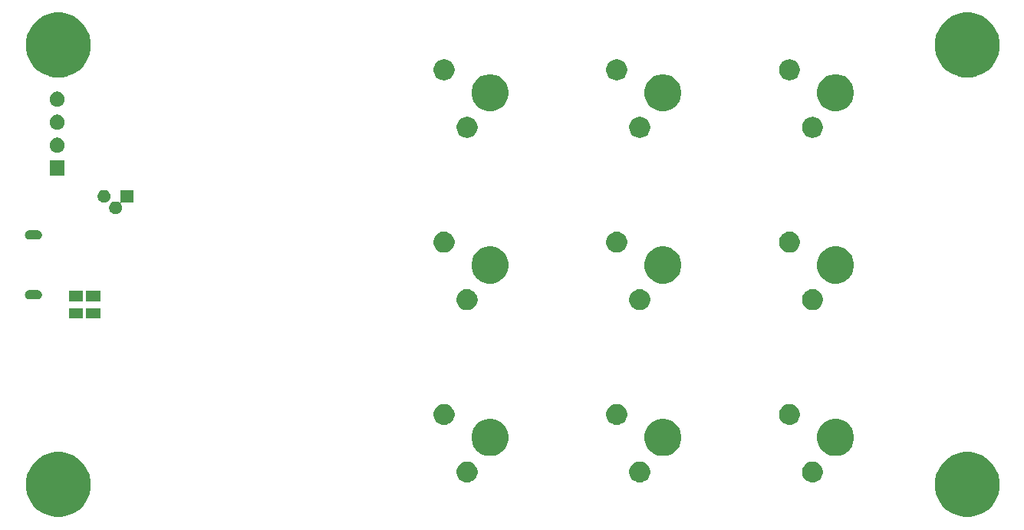
<source format=gbr>
G04 #@! TF.GenerationSoftware,KiCad,Pcbnew,(5.1.4)-1*
G04 #@! TF.CreationDate,2020-06-13T17:24:10-04:00*
G04 #@! TF.ProjectId,Keypad,4b657970-6164-42e6-9b69-6361645f7063,rev?*
G04 #@! TF.SameCoordinates,Original*
G04 #@! TF.FileFunction,Soldermask,Bot*
G04 #@! TF.FilePolarity,Negative*
%FSLAX46Y46*%
G04 Gerber Fmt 4.6, Leading zero omitted, Abs format (unit mm)*
G04 Created by KiCad (PCBNEW (5.1.4)-1) date 2020-06-13 17:24:10*
%MOMM*%
%LPD*%
G04 APERTURE LIST*
%ADD10C,0.100000*%
G04 APERTURE END LIST*
D10*
G36*
X194588348Y-115723833D02*
G01*
X194933689Y-115792525D01*
X195584298Y-116062016D01*
X196169830Y-116453256D01*
X196667784Y-116951210D01*
X197059024Y-117536742D01*
X197328515Y-118187351D01*
X197465900Y-118878033D01*
X197465900Y-119582247D01*
X197328515Y-120272929D01*
X197059024Y-120923538D01*
X196667784Y-121509070D01*
X196169830Y-122007024D01*
X195584298Y-122398264D01*
X194933689Y-122667755D01*
X194588348Y-122736448D01*
X194243008Y-122805140D01*
X193538792Y-122805140D01*
X193193452Y-122736448D01*
X192848111Y-122667755D01*
X192197502Y-122398264D01*
X191611970Y-122007024D01*
X191114016Y-121509070D01*
X190722776Y-120923538D01*
X190453285Y-120272929D01*
X190315900Y-119582247D01*
X190315900Y-118878033D01*
X190453285Y-118187351D01*
X190722776Y-117536742D01*
X191114016Y-116951210D01*
X191611970Y-116453256D01*
X192197502Y-116062016D01*
X192848111Y-115792525D01*
X193193452Y-115723833D01*
X193538792Y-115655140D01*
X194243008Y-115655140D01*
X194588348Y-115723833D01*
X194588348Y-115723833D01*
G37*
G36*
X94258348Y-115723833D02*
G01*
X94603689Y-115792525D01*
X95254298Y-116062016D01*
X95839830Y-116453256D01*
X96337784Y-116951210D01*
X96729024Y-117536742D01*
X96998515Y-118187351D01*
X97135900Y-118878033D01*
X97135900Y-119582247D01*
X96998515Y-120272929D01*
X96729024Y-120923538D01*
X96337784Y-121509070D01*
X95839830Y-122007024D01*
X95254298Y-122398264D01*
X94603689Y-122667755D01*
X94258348Y-122736448D01*
X93913008Y-122805140D01*
X93208792Y-122805140D01*
X92863452Y-122736448D01*
X92518111Y-122667755D01*
X91867502Y-122398264D01*
X91281970Y-122007024D01*
X90784016Y-121509070D01*
X90392776Y-120923538D01*
X90123285Y-120272929D01*
X89985900Y-119582247D01*
X89985900Y-118878033D01*
X90123285Y-118187351D01*
X90392776Y-117536742D01*
X90784016Y-116951210D01*
X91281970Y-116453256D01*
X91867502Y-116062016D01*
X92518111Y-115792525D01*
X92863452Y-115723833D01*
X93208792Y-115655140D01*
X93913008Y-115655140D01*
X94258348Y-115723833D01*
X94258348Y-115723833D01*
G37*
G36*
X177021249Y-116704256D02*
G01*
X177132434Y-116726372D01*
X177341903Y-116813137D01*
X177530420Y-116939100D01*
X177690740Y-117099420D01*
X177816703Y-117287937D01*
X177903468Y-117497406D01*
X177947700Y-117719776D01*
X177947700Y-117946504D01*
X177903468Y-118168874D01*
X177816703Y-118378343D01*
X177690740Y-118566860D01*
X177530420Y-118727180D01*
X177341903Y-118853143D01*
X177132434Y-118939908D01*
X177021249Y-118962024D01*
X176910065Y-118984140D01*
X176683335Y-118984140D01*
X176572151Y-118962024D01*
X176460966Y-118939908D01*
X176251497Y-118853143D01*
X176062980Y-118727180D01*
X175902660Y-118566860D01*
X175776697Y-118378343D01*
X175689932Y-118168874D01*
X175645700Y-117946504D01*
X175645700Y-117719776D01*
X175689932Y-117497406D01*
X175776697Y-117287937D01*
X175902660Y-117099420D01*
X176062980Y-116939100D01*
X176251497Y-116813137D01*
X176460966Y-116726372D01*
X176572151Y-116704256D01*
X176683335Y-116682140D01*
X176910065Y-116682140D01*
X177021249Y-116704256D01*
X177021249Y-116704256D01*
G37*
G36*
X157961089Y-116704256D02*
G01*
X158072274Y-116726372D01*
X158281743Y-116813137D01*
X158470260Y-116939100D01*
X158630580Y-117099420D01*
X158756543Y-117287937D01*
X158843308Y-117497406D01*
X158887540Y-117719776D01*
X158887540Y-117946504D01*
X158843308Y-118168874D01*
X158756543Y-118378343D01*
X158630580Y-118566860D01*
X158470260Y-118727180D01*
X158281743Y-118853143D01*
X158072274Y-118939908D01*
X157961089Y-118962024D01*
X157849905Y-118984140D01*
X157623175Y-118984140D01*
X157511991Y-118962024D01*
X157400806Y-118939908D01*
X157191337Y-118853143D01*
X157002820Y-118727180D01*
X156842500Y-118566860D01*
X156716537Y-118378343D01*
X156629772Y-118168874D01*
X156585540Y-117946504D01*
X156585540Y-117719776D01*
X156629772Y-117497406D01*
X156716537Y-117287937D01*
X156842500Y-117099420D01*
X157002820Y-116939100D01*
X157191337Y-116813137D01*
X157400806Y-116726372D01*
X157511991Y-116704256D01*
X157623175Y-116682140D01*
X157849905Y-116682140D01*
X157961089Y-116704256D01*
X157961089Y-116704256D01*
G37*
G36*
X138900929Y-116704256D02*
G01*
X139012114Y-116726372D01*
X139221583Y-116813137D01*
X139410100Y-116939100D01*
X139570420Y-117099420D01*
X139696383Y-117287937D01*
X139783148Y-117497406D01*
X139827380Y-117719776D01*
X139827380Y-117946504D01*
X139783148Y-118168874D01*
X139696383Y-118378343D01*
X139570420Y-118566860D01*
X139410100Y-118727180D01*
X139221583Y-118853143D01*
X139012114Y-118939908D01*
X138900929Y-118962024D01*
X138789745Y-118984140D01*
X138563015Y-118984140D01*
X138451831Y-118962024D01*
X138340646Y-118939908D01*
X138131177Y-118853143D01*
X137942660Y-118727180D01*
X137782340Y-118566860D01*
X137656377Y-118378343D01*
X137569612Y-118168874D01*
X137525380Y-117946504D01*
X137525380Y-117719776D01*
X137569612Y-117497406D01*
X137656377Y-117287937D01*
X137782340Y-117099420D01*
X137942660Y-116939100D01*
X138131177Y-116813137D01*
X138340646Y-116726372D01*
X138451831Y-116704256D01*
X138563015Y-116682140D01*
X138789745Y-116682140D01*
X138900929Y-116704256D01*
X138900929Y-116704256D01*
G37*
G36*
X179934954Y-112050958D02*
G01*
X180308211Y-112205566D01*
X180308213Y-112205567D01*
X180644136Y-112430024D01*
X180929816Y-112715704D01*
X181154274Y-113051629D01*
X181308882Y-113424886D01*
X181387700Y-113821133D01*
X181387700Y-114225147D01*
X181308882Y-114621394D01*
X181154274Y-114994651D01*
X181154273Y-114994653D01*
X180929816Y-115330576D01*
X180644136Y-115616256D01*
X180308213Y-115840713D01*
X180308212Y-115840714D01*
X180308211Y-115840714D01*
X179934954Y-115995322D01*
X179538707Y-116074140D01*
X179134693Y-116074140D01*
X178738446Y-115995322D01*
X178365189Y-115840714D01*
X178365188Y-115840714D01*
X178365187Y-115840713D01*
X178029264Y-115616256D01*
X177743584Y-115330576D01*
X177519127Y-114994653D01*
X177519126Y-114994651D01*
X177364518Y-114621394D01*
X177285700Y-114225147D01*
X177285700Y-113821133D01*
X177364518Y-113424886D01*
X177519126Y-113051629D01*
X177743584Y-112715704D01*
X178029264Y-112430024D01*
X178365187Y-112205567D01*
X178365189Y-112205566D01*
X178738446Y-112050958D01*
X179134693Y-111972140D01*
X179538707Y-111972140D01*
X179934954Y-112050958D01*
X179934954Y-112050958D01*
G37*
G36*
X160874794Y-112050958D02*
G01*
X161248051Y-112205566D01*
X161248053Y-112205567D01*
X161583976Y-112430024D01*
X161869656Y-112715704D01*
X162094114Y-113051629D01*
X162248722Y-113424886D01*
X162327540Y-113821133D01*
X162327540Y-114225147D01*
X162248722Y-114621394D01*
X162094114Y-114994651D01*
X162094113Y-114994653D01*
X161869656Y-115330576D01*
X161583976Y-115616256D01*
X161248053Y-115840713D01*
X161248052Y-115840714D01*
X161248051Y-115840714D01*
X160874794Y-115995322D01*
X160478547Y-116074140D01*
X160074533Y-116074140D01*
X159678286Y-115995322D01*
X159305029Y-115840714D01*
X159305028Y-115840714D01*
X159305027Y-115840713D01*
X158969104Y-115616256D01*
X158683424Y-115330576D01*
X158458967Y-114994653D01*
X158458966Y-114994651D01*
X158304358Y-114621394D01*
X158225540Y-114225147D01*
X158225540Y-113821133D01*
X158304358Y-113424886D01*
X158458966Y-113051629D01*
X158683424Y-112715704D01*
X158969104Y-112430024D01*
X159305027Y-112205567D01*
X159305029Y-112205566D01*
X159678286Y-112050958D01*
X160074533Y-111972140D01*
X160478547Y-111972140D01*
X160874794Y-112050958D01*
X160874794Y-112050958D01*
G37*
G36*
X141814634Y-112050958D02*
G01*
X142187891Y-112205566D01*
X142187893Y-112205567D01*
X142523816Y-112430024D01*
X142809496Y-112715704D01*
X143033954Y-113051629D01*
X143188562Y-113424886D01*
X143267380Y-113821133D01*
X143267380Y-114225147D01*
X143188562Y-114621394D01*
X143033954Y-114994651D01*
X143033953Y-114994653D01*
X142809496Y-115330576D01*
X142523816Y-115616256D01*
X142187893Y-115840713D01*
X142187892Y-115840714D01*
X142187891Y-115840714D01*
X141814634Y-115995322D01*
X141418387Y-116074140D01*
X141014373Y-116074140D01*
X140618126Y-115995322D01*
X140244869Y-115840714D01*
X140244868Y-115840714D01*
X140244867Y-115840713D01*
X139908944Y-115616256D01*
X139623264Y-115330576D01*
X139398807Y-114994653D01*
X139398806Y-114994651D01*
X139244198Y-114621394D01*
X139165380Y-114225147D01*
X139165380Y-113821133D01*
X139244198Y-113424886D01*
X139398806Y-113051629D01*
X139623264Y-112715704D01*
X139908944Y-112430024D01*
X140244867Y-112205567D01*
X140244869Y-112205566D01*
X140618126Y-112050958D01*
X141014373Y-111972140D01*
X141418387Y-111972140D01*
X141814634Y-112050958D01*
X141814634Y-112050958D01*
G37*
G36*
X136360929Y-110354256D02*
G01*
X136472114Y-110376372D01*
X136681583Y-110463137D01*
X136870100Y-110589100D01*
X137030420Y-110749420D01*
X137156383Y-110937937D01*
X137243148Y-111147406D01*
X137287380Y-111369776D01*
X137287380Y-111596504D01*
X137243148Y-111818874D01*
X137156383Y-112028343D01*
X137030420Y-112216860D01*
X136870100Y-112377180D01*
X136681583Y-112503143D01*
X136472114Y-112589908D01*
X136360929Y-112612024D01*
X136249745Y-112634140D01*
X136023015Y-112634140D01*
X135911831Y-112612024D01*
X135800646Y-112589908D01*
X135591177Y-112503143D01*
X135402660Y-112377180D01*
X135242340Y-112216860D01*
X135116377Y-112028343D01*
X135029612Y-111818874D01*
X134985380Y-111596504D01*
X134985380Y-111369776D01*
X135029612Y-111147406D01*
X135116377Y-110937937D01*
X135242340Y-110749420D01*
X135402660Y-110589100D01*
X135591177Y-110463137D01*
X135800646Y-110376372D01*
X135911831Y-110354256D01*
X136023015Y-110332140D01*
X136249745Y-110332140D01*
X136360929Y-110354256D01*
X136360929Y-110354256D01*
G37*
G36*
X155421089Y-110354256D02*
G01*
X155532274Y-110376372D01*
X155741743Y-110463137D01*
X155930260Y-110589100D01*
X156090580Y-110749420D01*
X156216543Y-110937937D01*
X156303308Y-111147406D01*
X156347540Y-111369776D01*
X156347540Y-111596504D01*
X156303308Y-111818874D01*
X156216543Y-112028343D01*
X156090580Y-112216860D01*
X155930260Y-112377180D01*
X155741743Y-112503143D01*
X155532274Y-112589908D01*
X155421089Y-112612024D01*
X155309905Y-112634140D01*
X155083175Y-112634140D01*
X154971991Y-112612024D01*
X154860806Y-112589908D01*
X154651337Y-112503143D01*
X154462820Y-112377180D01*
X154302500Y-112216860D01*
X154176537Y-112028343D01*
X154089772Y-111818874D01*
X154045540Y-111596504D01*
X154045540Y-111369776D01*
X154089772Y-111147406D01*
X154176537Y-110937937D01*
X154302500Y-110749420D01*
X154462820Y-110589100D01*
X154651337Y-110463137D01*
X154860806Y-110376372D01*
X154971991Y-110354256D01*
X155083175Y-110332140D01*
X155309905Y-110332140D01*
X155421089Y-110354256D01*
X155421089Y-110354256D01*
G37*
G36*
X174481249Y-110354256D02*
G01*
X174592434Y-110376372D01*
X174801903Y-110463137D01*
X174990420Y-110589100D01*
X175150740Y-110749420D01*
X175276703Y-110937937D01*
X175363468Y-111147406D01*
X175407700Y-111369776D01*
X175407700Y-111596504D01*
X175363468Y-111818874D01*
X175276703Y-112028343D01*
X175150740Y-112216860D01*
X174990420Y-112377180D01*
X174801903Y-112503143D01*
X174592434Y-112589908D01*
X174481249Y-112612024D01*
X174370065Y-112634140D01*
X174143335Y-112634140D01*
X174032151Y-112612024D01*
X173920966Y-112589908D01*
X173711497Y-112503143D01*
X173522980Y-112377180D01*
X173362660Y-112216860D01*
X173236697Y-112028343D01*
X173149932Y-111818874D01*
X173105700Y-111596504D01*
X173105700Y-111369776D01*
X173149932Y-111147406D01*
X173236697Y-110937937D01*
X173362660Y-110749420D01*
X173522980Y-110589100D01*
X173711497Y-110463137D01*
X173920966Y-110376372D01*
X174032151Y-110354256D01*
X174143335Y-110332140D01*
X174370065Y-110332140D01*
X174481249Y-110354256D01*
X174481249Y-110354256D01*
G37*
G36*
X96279000Y-100864800D02*
G01*
X94729000Y-100864800D01*
X94729000Y-99739800D01*
X96279000Y-99739800D01*
X96279000Y-100864800D01*
X96279000Y-100864800D01*
G37*
G36*
X98184000Y-100864800D02*
G01*
X96634000Y-100864800D01*
X96634000Y-99739800D01*
X98184000Y-99739800D01*
X98184000Y-100864800D01*
X98184000Y-100864800D01*
G37*
G36*
X177021249Y-97684736D02*
G01*
X177132434Y-97706852D01*
X177341903Y-97793617D01*
X177530420Y-97919580D01*
X177690740Y-98079900D01*
X177816703Y-98268417D01*
X177898458Y-98465790D01*
X177903468Y-98477887D01*
X177946003Y-98691722D01*
X177947700Y-98700256D01*
X177947700Y-98926984D01*
X177903468Y-99149354D01*
X177816703Y-99358823D01*
X177690740Y-99547340D01*
X177530420Y-99707660D01*
X177341903Y-99833623D01*
X177132434Y-99920388D01*
X177021249Y-99942504D01*
X176910065Y-99964620D01*
X176683335Y-99964620D01*
X176572151Y-99942504D01*
X176460966Y-99920388D01*
X176251497Y-99833623D01*
X176062980Y-99707660D01*
X175902660Y-99547340D01*
X175776697Y-99358823D01*
X175689932Y-99149354D01*
X175645700Y-98926984D01*
X175645700Y-98700256D01*
X175647398Y-98691722D01*
X175689932Y-98477887D01*
X175694943Y-98465790D01*
X175776697Y-98268417D01*
X175902660Y-98079900D01*
X176062980Y-97919580D01*
X176251497Y-97793617D01*
X176460966Y-97706852D01*
X176572151Y-97684736D01*
X176683335Y-97662620D01*
X176910065Y-97662620D01*
X177021249Y-97684736D01*
X177021249Y-97684736D01*
G37*
G36*
X157961089Y-97684736D02*
G01*
X158072274Y-97706852D01*
X158281743Y-97793617D01*
X158470260Y-97919580D01*
X158630580Y-98079900D01*
X158756543Y-98268417D01*
X158838298Y-98465790D01*
X158843308Y-98477887D01*
X158885843Y-98691722D01*
X158887540Y-98700256D01*
X158887540Y-98926984D01*
X158843308Y-99149354D01*
X158756543Y-99358823D01*
X158630580Y-99547340D01*
X158470260Y-99707660D01*
X158281743Y-99833623D01*
X158072274Y-99920388D01*
X157961089Y-99942504D01*
X157849905Y-99964620D01*
X157623175Y-99964620D01*
X157511991Y-99942504D01*
X157400806Y-99920388D01*
X157191337Y-99833623D01*
X157002820Y-99707660D01*
X156842500Y-99547340D01*
X156716537Y-99358823D01*
X156629772Y-99149354D01*
X156585540Y-98926984D01*
X156585540Y-98700256D01*
X156587238Y-98691722D01*
X156629772Y-98477887D01*
X156634783Y-98465790D01*
X156716537Y-98268417D01*
X156842500Y-98079900D01*
X157002820Y-97919580D01*
X157191337Y-97793617D01*
X157400806Y-97706852D01*
X157511991Y-97684736D01*
X157623175Y-97662620D01*
X157849905Y-97662620D01*
X157961089Y-97684736D01*
X157961089Y-97684736D01*
G37*
G36*
X138900929Y-97684736D02*
G01*
X139012114Y-97706852D01*
X139221583Y-97793617D01*
X139410100Y-97919580D01*
X139570420Y-98079900D01*
X139696383Y-98268417D01*
X139778138Y-98465790D01*
X139783148Y-98477887D01*
X139825683Y-98691722D01*
X139827380Y-98700256D01*
X139827380Y-98926984D01*
X139783148Y-99149354D01*
X139696383Y-99358823D01*
X139570420Y-99547340D01*
X139410100Y-99707660D01*
X139221583Y-99833623D01*
X139012114Y-99920388D01*
X138900929Y-99942504D01*
X138789745Y-99964620D01*
X138563015Y-99964620D01*
X138451831Y-99942504D01*
X138340646Y-99920388D01*
X138131177Y-99833623D01*
X137942660Y-99707660D01*
X137782340Y-99547340D01*
X137656377Y-99358823D01*
X137569612Y-99149354D01*
X137525380Y-98926984D01*
X137525380Y-98700256D01*
X137527078Y-98691722D01*
X137569612Y-98477887D01*
X137574623Y-98465790D01*
X137656377Y-98268417D01*
X137782340Y-98079900D01*
X137942660Y-97919580D01*
X138131177Y-97793617D01*
X138340646Y-97706852D01*
X138451831Y-97684736D01*
X138563015Y-97662620D01*
X138789745Y-97662620D01*
X138900929Y-97684736D01*
X138900929Y-97684736D01*
G37*
G36*
X98184000Y-98989800D02*
G01*
X96634000Y-98989800D01*
X96634000Y-97864800D01*
X98184000Y-97864800D01*
X98184000Y-98989800D01*
X98184000Y-98989800D01*
G37*
G36*
X96279000Y-98989800D02*
G01*
X94729000Y-98989800D01*
X94729000Y-97864800D01*
X96279000Y-97864800D01*
X96279000Y-98989800D01*
X96279000Y-98989800D01*
G37*
G36*
X91365913Y-97779389D02*
G01*
X91460352Y-97808037D01*
X91547387Y-97854558D01*
X91623675Y-97917165D01*
X91686282Y-97993453D01*
X91732803Y-98080488D01*
X91761451Y-98174927D01*
X91771124Y-98273140D01*
X91761451Y-98371353D01*
X91732803Y-98465792D01*
X91686282Y-98552827D01*
X91623675Y-98629115D01*
X91547387Y-98691722D01*
X91460352Y-98738243D01*
X91365913Y-98766891D01*
X91292312Y-98774140D01*
X90343088Y-98774140D01*
X90269487Y-98766891D01*
X90175048Y-98738243D01*
X90088013Y-98691722D01*
X90011725Y-98629115D01*
X89949118Y-98552827D01*
X89902597Y-98465792D01*
X89873949Y-98371353D01*
X89864276Y-98273140D01*
X89873949Y-98174927D01*
X89902597Y-98080488D01*
X89949118Y-97993453D01*
X90011725Y-97917165D01*
X90088013Y-97854558D01*
X90175048Y-97808037D01*
X90269487Y-97779389D01*
X90343088Y-97772140D01*
X91292312Y-97772140D01*
X91365913Y-97779389D01*
X91365913Y-97779389D01*
G37*
G36*
X179934954Y-93031438D02*
G01*
X180308211Y-93186046D01*
X180308213Y-93186047D01*
X180644136Y-93410504D01*
X180929816Y-93696184D01*
X181154274Y-94032109D01*
X181308882Y-94405366D01*
X181387700Y-94801613D01*
X181387700Y-95205627D01*
X181308882Y-95601874D01*
X181154274Y-95975131D01*
X181154273Y-95975133D01*
X180929816Y-96311056D01*
X180644136Y-96596736D01*
X180308213Y-96821193D01*
X180308212Y-96821194D01*
X180308211Y-96821194D01*
X179934954Y-96975802D01*
X179538707Y-97054620D01*
X179134693Y-97054620D01*
X178738446Y-96975802D01*
X178365189Y-96821194D01*
X178365188Y-96821194D01*
X178365187Y-96821193D01*
X178029264Y-96596736D01*
X177743584Y-96311056D01*
X177519127Y-95975133D01*
X177519126Y-95975131D01*
X177364518Y-95601874D01*
X177285700Y-95205627D01*
X177285700Y-94801613D01*
X177364518Y-94405366D01*
X177519126Y-94032109D01*
X177743584Y-93696184D01*
X178029264Y-93410504D01*
X178365187Y-93186047D01*
X178365189Y-93186046D01*
X178738446Y-93031438D01*
X179134693Y-92952620D01*
X179538707Y-92952620D01*
X179934954Y-93031438D01*
X179934954Y-93031438D01*
G37*
G36*
X160874794Y-93031438D02*
G01*
X161248051Y-93186046D01*
X161248053Y-93186047D01*
X161583976Y-93410504D01*
X161869656Y-93696184D01*
X162094114Y-94032109D01*
X162248722Y-94405366D01*
X162327540Y-94801613D01*
X162327540Y-95205627D01*
X162248722Y-95601874D01*
X162094114Y-95975131D01*
X162094113Y-95975133D01*
X161869656Y-96311056D01*
X161583976Y-96596736D01*
X161248053Y-96821193D01*
X161248052Y-96821194D01*
X161248051Y-96821194D01*
X160874794Y-96975802D01*
X160478547Y-97054620D01*
X160074533Y-97054620D01*
X159678286Y-96975802D01*
X159305029Y-96821194D01*
X159305028Y-96821194D01*
X159305027Y-96821193D01*
X158969104Y-96596736D01*
X158683424Y-96311056D01*
X158458967Y-95975133D01*
X158458966Y-95975131D01*
X158304358Y-95601874D01*
X158225540Y-95205627D01*
X158225540Y-94801613D01*
X158304358Y-94405366D01*
X158458966Y-94032109D01*
X158683424Y-93696184D01*
X158969104Y-93410504D01*
X159305027Y-93186047D01*
X159305029Y-93186046D01*
X159678286Y-93031438D01*
X160074533Y-92952620D01*
X160478547Y-92952620D01*
X160874794Y-93031438D01*
X160874794Y-93031438D01*
G37*
G36*
X141814634Y-93031438D02*
G01*
X142187891Y-93186046D01*
X142187893Y-93186047D01*
X142523816Y-93410504D01*
X142809496Y-93696184D01*
X143033954Y-94032109D01*
X143188562Y-94405366D01*
X143267380Y-94801613D01*
X143267380Y-95205627D01*
X143188562Y-95601874D01*
X143033954Y-95975131D01*
X143033953Y-95975133D01*
X142809496Y-96311056D01*
X142523816Y-96596736D01*
X142187893Y-96821193D01*
X142187892Y-96821194D01*
X142187891Y-96821194D01*
X141814634Y-96975802D01*
X141418387Y-97054620D01*
X141014373Y-97054620D01*
X140618126Y-96975802D01*
X140244869Y-96821194D01*
X140244868Y-96821194D01*
X140244867Y-96821193D01*
X139908944Y-96596736D01*
X139623264Y-96311056D01*
X139398807Y-95975133D01*
X139398806Y-95975131D01*
X139244198Y-95601874D01*
X139165380Y-95205627D01*
X139165380Y-94801613D01*
X139244198Y-94405366D01*
X139398806Y-94032109D01*
X139623264Y-93696184D01*
X139908944Y-93410504D01*
X140244867Y-93186047D01*
X140244869Y-93186046D01*
X140618126Y-93031438D01*
X141014373Y-92952620D01*
X141418387Y-92952620D01*
X141814634Y-93031438D01*
X141814634Y-93031438D01*
G37*
G36*
X174481249Y-91334736D02*
G01*
X174592434Y-91356852D01*
X174801903Y-91443617D01*
X174990420Y-91569580D01*
X175150740Y-91729900D01*
X175276703Y-91918417D01*
X175363468Y-92127886D01*
X175407700Y-92350256D01*
X175407700Y-92576984D01*
X175363468Y-92799354D01*
X175276703Y-93008823D01*
X175150740Y-93197340D01*
X174990420Y-93357660D01*
X174801903Y-93483623D01*
X174592434Y-93570388D01*
X174481249Y-93592504D01*
X174370065Y-93614620D01*
X174143335Y-93614620D01*
X174032151Y-93592504D01*
X173920966Y-93570388D01*
X173711497Y-93483623D01*
X173522980Y-93357660D01*
X173362660Y-93197340D01*
X173236697Y-93008823D01*
X173149932Y-92799354D01*
X173105700Y-92576984D01*
X173105700Y-92350256D01*
X173149932Y-92127886D01*
X173236697Y-91918417D01*
X173362660Y-91729900D01*
X173522980Y-91569580D01*
X173711497Y-91443617D01*
X173920966Y-91356852D01*
X174032151Y-91334736D01*
X174143335Y-91312620D01*
X174370065Y-91312620D01*
X174481249Y-91334736D01*
X174481249Y-91334736D01*
G37*
G36*
X136360929Y-91334736D02*
G01*
X136472114Y-91356852D01*
X136681583Y-91443617D01*
X136870100Y-91569580D01*
X137030420Y-91729900D01*
X137156383Y-91918417D01*
X137243148Y-92127886D01*
X137287380Y-92350256D01*
X137287380Y-92576984D01*
X137243148Y-92799354D01*
X137156383Y-93008823D01*
X137030420Y-93197340D01*
X136870100Y-93357660D01*
X136681583Y-93483623D01*
X136472114Y-93570388D01*
X136360929Y-93592504D01*
X136249745Y-93614620D01*
X136023015Y-93614620D01*
X135911831Y-93592504D01*
X135800646Y-93570388D01*
X135591177Y-93483623D01*
X135402660Y-93357660D01*
X135242340Y-93197340D01*
X135116377Y-93008823D01*
X135029612Y-92799354D01*
X134985380Y-92576984D01*
X134985380Y-92350256D01*
X135029612Y-92127886D01*
X135116377Y-91918417D01*
X135242340Y-91729900D01*
X135402660Y-91569580D01*
X135591177Y-91443617D01*
X135800646Y-91356852D01*
X135911831Y-91334736D01*
X136023015Y-91312620D01*
X136249745Y-91312620D01*
X136360929Y-91334736D01*
X136360929Y-91334736D01*
G37*
G36*
X155421089Y-91334736D02*
G01*
X155532274Y-91356852D01*
X155741743Y-91443617D01*
X155930260Y-91569580D01*
X156090580Y-91729900D01*
X156216543Y-91918417D01*
X156303308Y-92127886D01*
X156347540Y-92350256D01*
X156347540Y-92576984D01*
X156303308Y-92799354D01*
X156216543Y-93008823D01*
X156090580Y-93197340D01*
X155930260Y-93357660D01*
X155741743Y-93483623D01*
X155532274Y-93570388D01*
X155421089Y-93592504D01*
X155309905Y-93614620D01*
X155083175Y-93614620D01*
X154971991Y-93592504D01*
X154860806Y-93570388D01*
X154651337Y-93483623D01*
X154462820Y-93357660D01*
X154302500Y-93197340D01*
X154176537Y-93008823D01*
X154089772Y-92799354D01*
X154045540Y-92576984D01*
X154045540Y-92350256D01*
X154089772Y-92127886D01*
X154176537Y-91918417D01*
X154302500Y-91729900D01*
X154462820Y-91569580D01*
X154651337Y-91443617D01*
X154860806Y-91356852D01*
X154971991Y-91334736D01*
X155083175Y-91312620D01*
X155309905Y-91312620D01*
X155421089Y-91334736D01*
X155421089Y-91334736D01*
G37*
G36*
X91365913Y-91179389D02*
G01*
X91460352Y-91208037D01*
X91547387Y-91254558D01*
X91623675Y-91317165D01*
X91686282Y-91393453D01*
X91732803Y-91480488D01*
X91761451Y-91574927D01*
X91771124Y-91673140D01*
X91761451Y-91771353D01*
X91732803Y-91865792D01*
X91686282Y-91952827D01*
X91623675Y-92029115D01*
X91547387Y-92091722D01*
X91460352Y-92138243D01*
X91365913Y-92166891D01*
X91292312Y-92174140D01*
X90343088Y-92174140D01*
X90269487Y-92166891D01*
X90175048Y-92138243D01*
X90088013Y-92091722D01*
X90011725Y-92029115D01*
X89949118Y-91952827D01*
X89902597Y-91865792D01*
X89873949Y-91771353D01*
X89864276Y-91673140D01*
X89873949Y-91574927D01*
X89902597Y-91480488D01*
X89949118Y-91393453D01*
X90011725Y-91317165D01*
X90088013Y-91254558D01*
X90175048Y-91208037D01*
X90269487Y-91179389D01*
X90343088Y-91172140D01*
X91292312Y-91172140D01*
X91365913Y-91179389D01*
X91365913Y-91179389D01*
G37*
G36*
X101843800Y-88102400D02*
G01*
X100569549Y-88102400D01*
X100545163Y-88104802D01*
X100521714Y-88111915D01*
X100500103Y-88123466D01*
X100481161Y-88139011D01*
X100465616Y-88157953D01*
X100454065Y-88179564D01*
X100446952Y-88203013D01*
X100444550Y-88227399D01*
X100446952Y-88251785D01*
X100454065Y-88275234D01*
X100465616Y-88296844D01*
X100494018Y-88339351D01*
X100546862Y-88466927D01*
X100573800Y-88602356D01*
X100573800Y-88740444D01*
X100546862Y-88875873D01*
X100494018Y-89003449D01*
X100417305Y-89118259D01*
X100319659Y-89215905D01*
X100204849Y-89292618D01*
X100077273Y-89345462D01*
X99941844Y-89372400D01*
X99803756Y-89372400D01*
X99668327Y-89345462D01*
X99540751Y-89292618D01*
X99425941Y-89215905D01*
X99328295Y-89118259D01*
X99251582Y-89003449D01*
X99198738Y-88875873D01*
X99171800Y-88740444D01*
X99171800Y-88602356D01*
X99198738Y-88466927D01*
X99251582Y-88339351D01*
X99328295Y-88224541D01*
X99425941Y-88126895D01*
X99540751Y-88050182D01*
X99668327Y-87997338D01*
X99803756Y-87970400D01*
X99941844Y-87970400D01*
X100077273Y-87997338D01*
X100204849Y-88050182D01*
X100247356Y-88078584D01*
X100268967Y-88090135D01*
X100292416Y-88097248D01*
X100316802Y-88099650D01*
X100341188Y-88097248D01*
X100364637Y-88090135D01*
X100386247Y-88078583D01*
X100405189Y-88063038D01*
X100420734Y-88044096D01*
X100432285Y-88022485D01*
X100439398Y-87999036D01*
X100441800Y-87974651D01*
X100441800Y-86700400D01*
X101843800Y-86700400D01*
X101843800Y-88102400D01*
X101843800Y-88102400D01*
G37*
G36*
X98807273Y-86727338D02*
G01*
X98934849Y-86780182D01*
X99049659Y-86856895D01*
X99147305Y-86954541D01*
X99224018Y-87069351D01*
X99276862Y-87196927D01*
X99303800Y-87332356D01*
X99303800Y-87470444D01*
X99276862Y-87605873D01*
X99224018Y-87733449D01*
X99147305Y-87848259D01*
X99049659Y-87945905D01*
X98934849Y-88022618D01*
X98807273Y-88075462D01*
X98671844Y-88102400D01*
X98533756Y-88102400D01*
X98398327Y-88075462D01*
X98270751Y-88022618D01*
X98155941Y-87945905D01*
X98058295Y-87848259D01*
X97981582Y-87733449D01*
X97928738Y-87605873D01*
X97901800Y-87470444D01*
X97901800Y-87332356D01*
X97928738Y-87196927D01*
X97981582Y-87069351D01*
X98058295Y-86954541D01*
X98155941Y-86856895D01*
X98270751Y-86780182D01*
X98398327Y-86727338D01*
X98533756Y-86700400D01*
X98671844Y-86700400D01*
X98807273Y-86727338D01*
X98807273Y-86727338D01*
G37*
G36*
X94270900Y-85142140D02*
G01*
X92596900Y-85142140D01*
X92596900Y-83468140D01*
X94270900Y-83468140D01*
X94270900Y-85142140D01*
X94270900Y-85142140D01*
G37*
G36*
X93678044Y-80960305D02*
G01*
X93830368Y-81023399D01*
X93967456Y-81114999D01*
X94084041Y-81231584D01*
X94175641Y-81368672D01*
X94238735Y-81520996D01*
X94270900Y-81682701D01*
X94270900Y-81847579D01*
X94238735Y-82009284D01*
X94175641Y-82161608D01*
X94084041Y-82298696D01*
X93967456Y-82415281D01*
X93830368Y-82506881D01*
X93678044Y-82569975D01*
X93516339Y-82602140D01*
X93351461Y-82602140D01*
X93189756Y-82569975D01*
X93037432Y-82506881D01*
X92900344Y-82415281D01*
X92783759Y-82298696D01*
X92692159Y-82161608D01*
X92629065Y-82009284D01*
X92596900Y-81847579D01*
X92596900Y-81682701D01*
X92629065Y-81520996D01*
X92692159Y-81368672D01*
X92783759Y-81231584D01*
X92900344Y-81114999D01*
X93037432Y-81023399D01*
X93189756Y-80960305D01*
X93351461Y-80928140D01*
X93516339Y-80928140D01*
X93678044Y-80960305D01*
X93678044Y-80960305D01*
G37*
G36*
X177021249Y-78667756D02*
G01*
X177132434Y-78689872D01*
X177341903Y-78776637D01*
X177530420Y-78902600D01*
X177690740Y-79062920D01*
X177744049Y-79142703D01*
X177816704Y-79251439D01*
X177903468Y-79460907D01*
X177947700Y-79683275D01*
X177947700Y-79910005D01*
X177925584Y-80021189D01*
X177903468Y-80132374D01*
X177816703Y-80341843D01*
X177690740Y-80530360D01*
X177530420Y-80690680D01*
X177341903Y-80816643D01*
X177132434Y-80903408D01*
X177021249Y-80925524D01*
X176910065Y-80947640D01*
X176683335Y-80947640D01*
X176572151Y-80925524D01*
X176460966Y-80903408D01*
X176251497Y-80816643D01*
X176062980Y-80690680D01*
X175902660Y-80530360D01*
X175776697Y-80341843D01*
X175689932Y-80132374D01*
X175667816Y-80021189D01*
X175645700Y-79910005D01*
X175645700Y-79683275D01*
X175689932Y-79460907D01*
X175776696Y-79251439D01*
X175849351Y-79142703D01*
X175902660Y-79062920D01*
X176062980Y-78902600D01*
X176251497Y-78776637D01*
X176460966Y-78689872D01*
X176572151Y-78667756D01*
X176683335Y-78645640D01*
X176910065Y-78645640D01*
X177021249Y-78667756D01*
X177021249Y-78667756D01*
G37*
G36*
X157961089Y-78667756D02*
G01*
X158072274Y-78689872D01*
X158281743Y-78776637D01*
X158470260Y-78902600D01*
X158630580Y-79062920D01*
X158683889Y-79142703D01*
X158756544Y-79251439D01*
X158843308Y-79460907D01*
X158887540Y-79683275D01*
X158887540Y-79910005D01*
X158865424Y-80021189D01*
X158843308Y-80132374D01*
X158756543Y-80341843D01*
X158630580Y-80530360D01*
X158470260Y-80690680D01*
X158281743Y-80816643D01*
X158072274Y-80903408D01*
X157961089Y-80925524D01*
X157849905Y-80947640D01*
X157623175Y-80947640D01*
X157511991Y-80925524D01*
X157400806Y-80903408D01*
X157191337Y-80816643D01*
X157002820Y-80690680D01*
X156842500Y-80530360D01*
X156716537Y-80341843D01*
X156629772Y-80132374D01*
X156607656Y-80021189D01*
X156585540Y-79910005D01*
X156585540Y-79683275D01*
X156629772Y-79460907D01*
X156716536Y-79251439D01*
X156789191Y-79142703D01*
X156842500Y-79062920D01*
X157002820Y-78902600D01*
X157191337Y-78776637D01*
X157400806Y-78689872D01*
X157511991Y-78667756D01*
X157623175Y-78645640D01*
X157849905Y-78645640D01*
X157961089Y-78667756D01*
X157961089Y-78667756D01*
G37*
G36*
X138900929Y-78667756D02*
G01*
X139012114Y-78689872D01*
X139221583Y-78776637D01*
X139410100Y-78902600D01*
X139570420Y-79062920D01*
X139623729Y-79142703D01*
X139696384Y-79251439D01*
X139783148Y-79460907D01*
X139827380Y-79683275D01*
X139827380Y-79910005D01*
X139805264Y-80021189D01*
X139783148Y-80132374D01*
X139696383Y-80341843D01*
X139570420Y-80530360D01*
X139410100Y-80690680D01*
X139221583Y-80816643D01*
X139012114Y-80903408D01*
X138900929Y-80925524D01*
X138789745Y-80947640D01*
X138563015Y-80947640D01*
X138451831Y-80925524D01*
X138340646Y-80903408D01*
X138131177Y-80816643D01*
X137942660Y-80690680D01*
X137782340Y-80530360D01*
X137656377Y-80341843D01*
X137569612Y-80132374D01*
X137547496Y-80021189D01*
X137525380Y-79910005D01*
X137525380Y-79683275D01*
X137569612Y-79460907D01*
X137656376Y-79251439D01*
X137729031Y-79142703D01*
X137782340Y-79062920D01*
X137942660Y-78902600D01*
X138131177Y-78776637D01*
X138340646Y-78689872D01*
X138451831Y-78667756D01*
X138563015Y-78645640D01*
X138789745Y-78645640D01*
X138900929Y-78667756D01*
X138900929Y-78667756D01*
G37*
G36*
X93678044Y-78420305D02*
G01*
X93830368Y-78483399D01*
X93967456Y-78574999D01*
X94084041Y-78691584D01*
X94175641Y-78828672D01*
X94238735Y-78980996D01*
X94270900Y-79142701D01*
X94270900Y-79307579D01*
X94238735Y-79469284D01*
X94175641Y-79621608D01*
X94084041Y-79758696D01*
X93967456Y-79875281D01*
X93830368Y-79966881D01*
X93678044Y-80029975D01*
X93516339Y-80062140D01*
X93351461Y-80062140D01*
X93189756Y-80029975D01*
X93037432Y-79966881D01*
X92900344Y-79875281D01*
X92783759Y-79758696D01*
X92692159Y-79621608D01*
X92629065Y-79469284D01*
X92596900Y-79307579D01*
X92596900Y-79142701D01*
X92629065Y-78980996D01*
X92692159Y-78828672D01*
X92783759Y-78691584D01*
X92900344Y-78574999D01*
X93037432Y-78483399D01*
X93189756Y-78420305D01*
X93351461Y-78388140D01*
X93516339Y-78388140D01*
X93678044Y-78420305D01*
X93678044Y-78420305D01*
G37*
G36*
X141814634Y-74014458D02*
G01*
X142187891Y-74169066D01*
X142187893Y-74169067D01*
X142523816Y-74393524D01*
X142809496Y-74679204D01*
X143033954Y-75015129D01*
X143188562Y-75388386D01*
X143267380Y-75784633D01*
X143267380Y-76188647D01*
X143188562Y-76584894D01*
X143181186Y-76602701D01*
X143033953Y-76958153D01*
X142809496Y-77294076D01*
X142523816Y-77579756D01*
X142187893Y-77804213D01*
X142187892Y-77804214D01*
X142187891Y-77804214D01*
X141814634Y-77958822D01*
X141418387Y-78037640D01*
X141014373Y-78037640D01*
X140618126Y-77958822D01*
X140244869Y-77804214D01*
X140244868Y-77804214D01*
X140244867Y-77804213D01*
X139908944Y-77579756D01*
X139623264Y-77294076D01*
X139398807Y-76958153D01*
X139251574Y-76602701D01*
X139244198Y-76584894D01*
X139165380Y-76188647D01*
X139165380Y-75784633D01*
X139244198Y-75388386D01*
X139398806Y-75015129D01*
X139623264Y-74679204D01*
X139908944Y-74393524D01*
X140244867Y-74169067D01*
X140244869Y-74169066D01*
X140618126Y-74014458D01*
X141014373Y-73935640D01*
X141418387Y-73935640D01*
X141814634Y-74014458D01*
X141814634Y-74014458D01*
G37*
G36*
X160874794Y-74014458D02*
G01*
X161248051Y-74169066D01*
X161248053Y-74169067D01*
X161583976Y-74393524D01*
X161869656Y-74679204D01*
X162094114Y-75015129D01*
X162248722Y-75388386D01*
X162327540Y-75784633D01*
X162327540Y-76188647D01*
X162248722Y-76584894D01*
X162241346Y-76602701D01*
X162094113Y-76958153D01*
X161869656Y-77294076D01*
X161583976Y-77579756D01*
X161248053Y-77804213D01*
X161248052Y-77804214D01*
X161248051Y-77804214D01*
X160874794Y-77958822D01*
X160478547Y-78037640D01*
X160074533Y-78037640D01*
X159678286Y-77958822D01*
X159305029Y-77804214D01*
X159305028Y-77804214D01*
X159305027Y-77804213D01*
X158969104Y-77579756D01*
X158683424Y-77294076D01*
X158458967Y-76958153D01*
X158311734Y-76602701D01*
X158304358Y-76584894D01*
X158225540Y-76188647D01*
X158225540Y-75784633D01*
X158304358Y-75388386D01*
X158458966Y-75015129D01*
X158683424Y-74679204D01*
X158969104Y-74393524D01*
X159305027Y-74169067D01*
X159305029Y-74169066D01*
X159678286Y-74014458D01*
X160074533Y-73935640D01*
X160478547Y-73935640D01*
X160874794Y-74014458D01*
X160874794Y-74014458D01*
G37*
G36*
X179934954Y-74014458D02*
G01*
X180308211Y-74169066D01*
X180308213Y-74169067D01*
X180644136Y-74393524D01*
X180929816Y-74679204D01*
X181154274Y-75015129D01*
X181308882Y-75388386D01*
X181387700Y-75784633D01*
X181387700Y-76188647D01*
X181308882Y-76584894D01*
X181301506Y-76602701D01*
X181154273Y-76958153D01*
X180929816Y-77294076D01*
X180644136Y-77579756D01*
X180308213Y-77804213D01*
X180308212Y-77804214D01*
X180308211Y-77804214D01*
X179934954Y-77958822D01*
X179538707Y-78037640D01*
X179134693Y-78037640D01*
X178738446Y-77958822D01*
X178365189Y-77804214D01*
X178365188Y-77804214D01*
X178365187Y-77804213D01*
X178029264Y-77579756D01*
X177743584Y-77294076D01*
X177519127Y-76958153D01*
X177371894Y-76602701D01*
X177364518Y-76584894D01*
X177285700Y-76188647D01*
X177285700Y-75784633D01*
X177364518Y-75388386D01*
X177519126Y-75015129D01*
X177743584Y-74679204D01*
X178029264Y-74393524D01*
X178365187Y-74169067D01*
X178365189Y-74169066D01*
X178738446Y-74014458D01*
X179134693Y-73935640D01*
X179538707Y-73935640D01*
X179934954Y-74014458D01*
X179934954Y-74014458D01*
G37*
G36*
X93678044Y-75880305D02*
G01*
X93830368Y-75943399D01*
X93967456Y-76034999D01*
X94084041Y-76151584D01*
X94175641Y-76288672D01*
X94238735Y-76440996D01*
X94270900Y-76602701D01*
X94270900Y-76767579D01*
X94238735Y-76929284D01*
X94175641Y-77081608D01*
X94084041Y-77218696D01*
X93967456Y-77335281D01*
X93830368Y-77426881D01*
X93678044Y-77489975D01*
X93516339Y-77522140D01*
X93351461Y-77522140D01*
X93189756Y-77489975D01*
X93037432Y-77426881D01*
X92900344Y-77335281D01*
X92783759Y-77218696D01*
X92692159Y-77081608D01*
X92629065Y-76929284D01*
X92596900Y-76767579D01*
X92596900Y-76602701D01*
X92629065Y-76440996D01*
X92692159Y-76288672D01*
X92783759Y-76151584D01*
X92900344Y-76034999D01*
X93037432Y-75943399D01*
X93189756Y-75880305D01*
X93351461Y-75848140D01*
X93516339Y-75848140D01*
X93678044Y-75880305D01*
X93678044Y-75880305D01*
G37*
G36*
X174481249Y-72317756D02*
G01*
X174592434Y-72339872D01*
X174740550Y-72401224D01*
X174760623Y-72409538D01*
X174801903Y-72426637D01*
X174990420Y-72552600D01*
X175150740Y-72712920D01*
X175276703Y-72901437D01*
X175363468Y-73110906D01*
X175407700Y-73333276D01*
X175407700Y-73560004D01*
X175363468Y-73782374D01*
X175276703Y-73991843D01*
X175150740Y-74180360D01*
X174990420Y-74340680D01*
X174801903Y-74466643D01*
X174592434Y-74553408D01*
X174481249Y-74575524D01*
X174370065Y-74597640D01*
X174143335Y-74597640D01*
X174032151Y-74575524D01*
X173920966Y-74553408D01*
X173711497Y-74466643D01*
X173522980Y-74340680D01*
X173362660Y-74180360D01*
X173236697Y-73991843D01*
X173149932Y-73782374D01*
X173105700Y-73560004D01*
X173105700Y-73333276D01*
X173149932Y-73110906D01*
X173236697Y-72901437D01*
X173362660Y-72712920D01*
X173522980Y-72552600D01*
X173711497Y-72426637D01*
X173752778Y-72409538D01*
X173772850Y-72401224D01*
X173920966Y-72339872D01*
X174032151Y-72317756D01*
X174143335Y-72295640D01*
X174370065Y-72295640D01*
X174481249Y-72317756D01*
X174481249Y-72317756D01*
G37*
G36*
X155421089Y-72317756D02*
G01*
X155532274Y-72339872D01*
X155680390Y-72401224D01*
X155700463Y-72409538D01*
X155741743Y-72426637D01*
X155930260Y-72552600D01*
X156090580Y-72712920D01*
X156216543Y-72901437D01*
X156303308Y-73110906D01*
X156347540Y-73333276D01*
X156347540Y-73560004D01*
X156303308Y-73782374D01*
X156216543Y-73991843D01*
X156090580Y-74180360D01*
X155930260Y-74340680D01*
X155741743Y-74466643D01*
X155532274Y-74553408D01*
X155421089Y-74575524D01*
X155309905Y-74597640D01*
X155083175Y-74597640D01*
X154971991Y-74575524D01*
X154860806Y-74553408D01*
X154651337Y-74466643D01*
X154462820Y-74340680D01*
X154302500Y-74180360D01*
X154176537Y-73991843D01*
X154089772Y-73782374D01*
X154045540Y-73560004D01*
X154045540Y-73333276D01*
X154089772Y-73110906D01*
X154176537Y-72901437D01*
X154302500Y-72712920D01*
X154462820Y-72552600D01*
X154651337Y-72426637D01*
X154692618Y-72409538D01*
X154712690Y-72401224D01*
X154860806Y-72339872D01*
X154971991Y-72317756D01*
X155083175Y-72295640D01*
X155309905Y-72295640D01*
X155421089Y-72317756D01*
X155421089Y-72317756D01*
G37*
G36*
X136360929Y-72317756D02*
G01*
X136472114Y-72339872D01*
X136620230Y-72401224D01*
X136640303Y-72409538D01*
X136681583Y-72426637D01*
X136870100Y-72552600D01*
X137030420Y-72712920D01*
X137156383Y-72901437D01*
X137243148Y-73110906D01*
X137287380Y-73333276D01*
X137287380Y-73560004D01*
X137243148Y-73782374D01*
X137156383Y-73991843D01*
X137030420Y-74180360D01*
X136870100Y-74340680D01*
X136681583Y-74466643D01*
X136472114Y-74553408D01*
X136360929Y-74575524D01*
X136249745Y-74597640D01*
X136023015Y-74597640D01*
X135911831Y-74575524D01*
X135800646Y-74553408D01*
X135591177Y-74466643D01*
X135402660Y-74340680D01*
X135242340Y-74180360D01*
X135116377Y-73991843D01*
X135029612Y-73782374D01*
X134985380Y-73560004D01*
X134985380Y-73333276D01*
X135029612Y-73110906D01*
X135116377Y-72901437D01*
X135242340Y-72712920D01*
X135402660Y-72552600D01*
X135591177Y-72426637D01*
X135632458Y-72409538D01*
X135652530Y-72401224D01*
X135800646Y-72339872D01*
X135911831Y-72317756D01*
X136023015Y-72295640D01*
X136249745Y-72295640D01*
X136360929Y-72317756D01*
X136360929Y-72317756D01*
G37*
G36*
X94258348Y-67209833D02*
G01*
X94603689Y-67278525D01*
X95254298Y-67548016D01*
X95839830Y-67939256D01*
X96337784Y-68437210D01*
X96729024Y-69022742D01*
X96998515Y-69673351D01*
X97135900Y-70364033D01*
X97135900Y-71068247D01*
X96998515Y-71758929D01*
X96729024Y-72409538D01*
X96337784Y-72995070D01*
X95839830Y-73493024D01*
X95254298Y-73884264D01*
X94603689Y-74153755D01*
X94469941Y-74180359D01*
X93913008Y-74291140D01*
X93208792Y-74291140D01*
X92651859Y-74180359D01*
X92518111Y-74153755D01*
X91867502Y-73884264D01*
X91281970Y-73493024D01*
X90784016Y-72995070D01*
X90392776Y-72409538D01*
X90123285Y-71758929D01*
X89985900Y-71068247D01*
X89985900Y-70364033D01*
X90123285Y-69673351D01*
X90392776Y-69022742D01*
X90784016Y-68437210D01*
X91281970Y-67939256D01*
X91867502Y-67548016D01*
X92518111Y-67278525D01*
X92863452Y-67209833D01*
X93208792Y-67141140D01*
X93913008Y-67141140D01*
X94258348Y-67209833D01*
X94258348Y-67209833D01*
G37*
G36*
X194588348Y-67209833D02*
G01*
X194933689Y-67278525D01*
X195584298Y-67548016D01*
X196169830Y-67939256D01*
X196667784Y-68437210D01*
X197059024Y-69022742D01*
X197328515Y-69673351D01*
X197465900Y-70364033D01*
X197465900Y-71068247D01*
X197328515Y-71758929D01*
X197059024Y-72409538D01*
X196667784Y-72995070D01*
X196169830Y-73493024D01*
X195584298Y-73884264D01*
X194933689Y-74153755D01*
X194799941Y-74180359D01*
X194243008Y-74291140D01*
X193538792Y-74291140D01*
X192981859Y-74180359D01*
X192848111Y-74153755D01*
X192197502Y-73884264D01*
X191611970Y-73493024D01*
X191114016Y-72995070D01*
X190722776Y-72409538D01*
X190453285Y-71758929D01*
X190315900Y-71068247D01*
X190315900Y-70364033D01*
X190453285Y-69673351D01*
X190722776Y-69022742D01*
X191114016Y-68437210D01*
X191611970Y-67939256D01*
X192197502Y-67548016D01*
X192848111Y-67278525D01*
X193193452Y-67209833D01*
X193538792Y-67141140D01*
X194243008Y-67141140D01*
X194588348Y-67209833D01*
X194588348Y-67209833D01*
G37*
M02*

</source>
